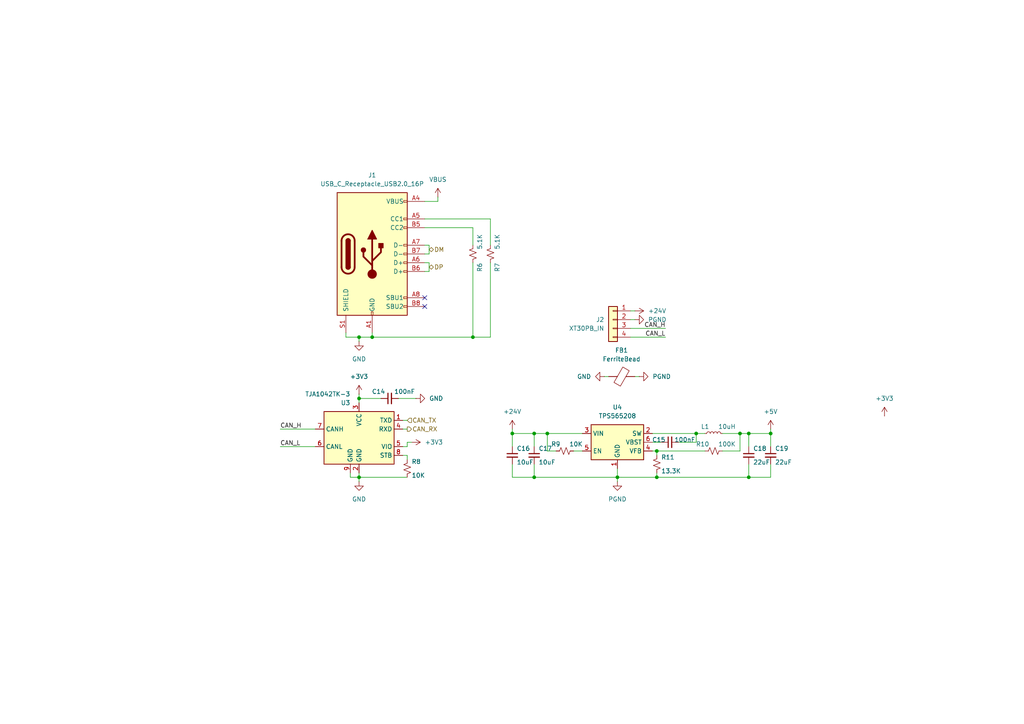
<source format=kicad_sch>
(kicad_sch (version 20231120) (generator "eeschema") (generator_version "8.0")
  (paper "A4")
  (lib_symbols
    (symbol "Connector:USB_C_Receptacle_USB2.0_16P" (pin_names (offset 1.016))
      (property "Reference" "J" (at 0 22.225 0))
      (property "Value" "USB_C_Receptacle_USB2.0_16P" (at 0 19.685 0))
      (symbol "USB_C_Receptacle_USB2.0_16P_0_0"
        (rectangle (start -0.254 -17.78) (end 0.254 -16.764))
        (rectangle (start 10.16 -14.986) (end 9.144 -15.494))
        (rectangle (start 10.16 -12.446) (end 9.144 -12.954))
        (rectangle (start 10.16 -4.826) (end 9.144 -5.334))
        (rectangle (start 10.16 -2.286) (end 9.144 -2.794))
        (rectangle (start 10.16 0.254) (end 9.144 -0.254))
        (rectangle (start 10.16 2.794) (end 9.144 2.286))
        (rectangle (start 10.16 7.874) (end 9.144 7.366))
        (rectangle (start 10.16 10.414) (end 9.144 9.906))
        (rectangle (start 10.16 15.494) (end 9.144 14.986))
      )
      (symbol "USB_C_Receptacle_USB2.0_16P_0_1"
        (rectangle (start -10.16 17.78) (end 10.16 -17.78) (stroke (width 0.254)) (fill (type background)))
        (arc (start -8.89 -3.81) (mid -6.985 -5.7067) (end -5.08 -3.81) (stroke (width 0.508)))
        (arc (start -7.62 -3.81) (mid -6.985 -4.4423) (end -6.35 -3.81) (stroke (width 0.254)))
        (arc (start -7.62 -3.81) (mid -6.985 -4.4423) (end -6.35 -3.81) (stroke (width 0.254)) (fill (type outline)))
        (rectangle (start -7.62 -3.81) (end -6.35 3.81) (stroke (width 0.254)) (fill (type outline)))
        (arc (start -6.35 3.81) (mid -6.985 4.4423) (end -7.62 3.81) (stroke (width 0.254)))
        (arc (start -6.35 3.81) (mid -6.985 4.4423) (end -7.62 3.81) (stroke (width 0.254)) (fill (type outline)))
        (arc (start -5.08 3.81) (mid -6.985 5.7067) (end -8.89 3.81) (stroke (width 0.508)))
        (circle (center -2.54 1.143) (radius 0.635) (stroke (width 0.254)) (fill (type outline)))
        (circle (center 0 -5.842) (radius 1.27) (fill (type outline)))
        (polyline (pts (xy -8.89 -3.81) (xy -8.89 3.81)) (stroke (width 0.508)))
        (polyline (pts (xy -5.08 3.81) (xy -5.08 -3.81)) (stroke (width 0.508)))
        (polyline (pts (xy 0 -5.842) (xy 0 4.318)) (stroke (width 0.508)))
        (polyline (pts (xy 0 -3.302) (xy -2.54 -0.762) (xy -2.54 0.508)) (stroke (width 0.508)))
        (polyline (pts (xy 0 -2.032) (xy 2.54 0.508) (xy 2.54 1.778)) (stroke (width 0.508)))
        (polyline (pts (xy -1.27 4.318) (xy 0 6.858) (xy 1.27 4.318) (xy -1.27 4.318)) (stroke (width 0.254)) (fill (type outline)))
        (rectangle (start 1.905 1.778) (end 3.175 3.048) (stroke (width 0.254)) (fill (type outline)))
      )
      (symbol "USB_C_Receptacle_USB2.0_16P_1_1"
        (pin passive line (at 0 -22.86 90) (length 5.08) (name "GND") (number "A1"))
        (pin passive line (at 0 -22.86 90) (length 5.08) hide (name "GND") (number "A12"))
        (pin passive line (at 15.24 15.24 180) (length 5.08) (name "VBUS") (number "A4"))
        (pin bidirectional line (at 15.24 10.16 180) (length 5.08) (name "CC1") (number "A5"))
        (pin bidirectional line (at 15.24 -2.54 180) (length 5.08) (name "D+") (number "A6"))
        (pin bidirectional line (at 15.24 2.54 180) (length 5.08) (name "D-") (number "A7"))
        (pin bidirectional line (at 15.24 -12.7 180) (length 5.08) (name "SBU1") (number "A8"))
        (pin passive line (at 15.24 15.24 180) (length 5.08) hide (name "VBUS") (number "A9"))
        (pin passive line (at 0 -22.86 90) (length 5.08) hide (name "GND") (number "B1"))
        (pin passive line (at 0 -22.86 90) (length 5.08) hide (name "GND") (number "B12"))
        (pin passive line (at 15.24 15.24 180) (length 5.08) hide (name "VBUS") (number "B4"))
        (pin bidirectional line (at 15.24 7.62 180) (length 5.08) (name "CC2") (number "B5"))
        (pin bidirectional line (at 15.24 -5.08 180) (length 5.08) (name "D+") (number "B6"))
        (pin bidirectional line (at 15.24 0 180) (length 5.08) (name "D-") (number "B7"))
        (pin bidirectional line (at 15.24 -15.24 180) (length 5.08) (name "SBU2") (number "B8"))
        (pin passive line (at 15.24 15.24 180) (length 5.08) hide (name "VBUS") (number "B9"))
        (pin passive line (at -7.62 -22.86 90) (length 5.08) (name "SHIELD") (number "S1"))
      )
    )
    (symbol "Connector_Generic:Conn_01x04" (pin_names (offset 1.016) hide)
      (property "Reference" "J" (at 0 5.08 0))
      (property "Value" "Conn_01x04" (at 0 -7.62 0))
      (symbol "Conn_01x04_1_1"
        (rectangle (start -1.27 -4.953) (end 0 -5.207) (stroke (width 0.1524)))
        (rectangle (start -1.27 -2.413) (end 0 -2.667) (stroke (width 0.1524)))
        (rectangle (start -1.27 0.127) (end 0 -0.127) (stroke (width 0.1524)))
        (rectangle (start -1.27 2.667) (end 0 2.413) (stroke (width 0.1524)))
        (rectangle (start -1.27 3.81) (end 1.27 -6.35) (stroke (width 0.254)) (fill (type background)))
        (pin passive line (at -5.08 2.54 0) (length 3.81) (name "Pin_1") (number "1"))
        (pin passive line (at -5.08 0 0) (length 3.81) (name "Pin_2") (number "2"))
        (pin passive line (at -5.08 -2.54 0) (length 3.81) (name "Pin_3") (number "3"))
        (pin passive line (at -5.08 -5.08 0) (length 3.81) (name "Pin_4") (number "4"))
      )
    )
    (symbol "Device:C_Small" (pin_numbers hide) (pin_names (offset 0.254) hide)
      (property "Reference" "C" (at 0.254 1.778 0))
      (property "Value" "C_Small" (at 0.254 -2.032 0))
      (symbol "C_Small_0_1"
        (polyline (pts (xy -1.524 -0.508) (xy 1.524 -0.508)) (stroke (width 0.3302)))
        (polyline (pts (xy -1.524 0.508) (xy 1.524 0.508)) (stroke (width 0.3048)))
      )
      (symbol "C_Small_1_1"
        (pin passive line (at 0 2.54 270) (length 2.032) (name "~") (number "1"))
        (pin passive line (at 0 -2.54 90) (length 2.032) (name "~") (number "2"))
      )
    )
    (symbol "Device:FerriteBead" (pin_numbers hide) (pin_names (offset 0))
      (property "Reference" "FB" (at -3.81 0.635 90))
      (property "Value" "FerriteBead" (at 3.81 0 90))
      (symbol "FerriteBead_0_1"
        (polyline (pts (xy 0 -1.27) (xy 0 -1.2192)))
        (polyline (pts (xy 0 1.27) (xy 0 1.2954)))
        (polyline (pts (xy -2.7686 0.4064) (xy -1.7018 2.2606) (xy 2.7686 -0.3048) (xy 1.6764 -2.159) (xy -2.7686 0.4064)))
      )
      (symbol "FerriteBead_1_1"
        (pin passive line (at 0 3.81 270) (length 2.54) (name "~") (number "1"))
        (pin passive line (at 0 -3.81 90) (length 2.54) (name "~") (number "2"))
      )
    )
    (symbol "Device:L_Small" (pin_numbers hide) (pin_names (offset 0.254) hide)
      (property "Reference" "L" (at 0.762 1.016 0))
      (property "Value" "L_Small" (at 0.762 -1.016 0))
      (symbol "L_Small_0_1"
        (arc (start 0 -2.032) (mid 0.5058 -1.524) (end 0 -1.016))
        (arc (start 0 -1.016) (mid 0.5058 -0.508) (end 0 0))
        (arc (start 0 0) (mid 0.5058 0.508) (end 0 1.016))
        (arc (start 0 1.016) (mid 0.5058 1.524) (end 0 2.032))
      )
      (symbol "L_Small_1_1"
        (pin passive line (at 0 2.54 270) (length 0.508) (name "~") (number "1"))
        (pin passive line (at 0 -2.54 90) (length 0.508) (name "~") (number "2"))
      )
    )
    (symbol "Device:R_Small_US" (pin_numbers hide) (pin_names (offset 0.254) hide)
      (property "Reference" "R" (at 0.762 0.508 0))
      (property "Value" "R_Small_US" (at 0.762 -1.016 0))
      (symbol "R_Small_US_1_1"
        (polyline (pts (xy 0 0) (xy 1.016 -0.381) (xy 0 -0.762) (xy -1.016 -1.143) (xy 0 -1.524)))
        (polyline (pts (xy 0 1.524) (xy 1.016 1.143) (xy 0 0.762) (xy -1.016 0.381) (xy 0 0)))
        (pin passive line (at 0 2.54 270) (length 1.016) (name "~") (number "1"))
        (pin passive line (at 0 -2.54 90) (length 1.016) (name "~") (number "2"))
      )
    )
    (symbol "Interface_CAN_LIN:TJA1042TK-3"
      (property "Reference" "U" (at -10.16 8.89 0))
      (property "Value" "TJA1042TK-3" (at 1.27 8.89 0))
      (symbol "TJA1042TK-3_0_1"
        (rectangle (start -10.16 7.62) (end 10.16 -7.62) (stroke (width 0.254)) (fill (type background)))
      )
      (symbol "TJA1042TK-3_1_1"
        (pin input line (at -12.7 5.08 0) (length 2.54) (name "TXD") (number "1"))
        (pin power_in line (at 0 -10.16 90) (length 2.54) (name "GND") (number "2"))
        (pin power_in line (at 0 10.16 270) (length 2.54) (name "VCC") (number "3"))
        (pin output line (at -12.7 2.54 0) (length 2.54) (name "RXD") (number "4"))
        (pin power_in line (at -12.7 -2.54 0) (length 2.54) (name "VIO") (number "5"))
        (pin bidirectional line (at 12.7 -2.54 180) (length 2.54) (name "CANL") (number "6"))
        (pin bidirectional line (at 12.7 2.54 180) (length 2.54) (name "CANH") (number "7"))
        (pin input line (at -12.7 -5.08 0) (length 2.54) (name "STB") (number "8"))
        (pin power_in line (at 2.54 -10.16 90) (length 2.54) (name "GND") (number "9"))
      )
    )
    (symbol "Regulator_Switching:TPS565208"
      (property "Reference" "U" (at -7.62 6.35 0))
      (property "Value" "TPS565208" (at -2.54 6.35 0))
      (symbol "TPS565208_0_1"
        (rectangle (start -7.62 5.08) (end 7.62 -5.08) (stroke (width 0.254)) (fill (type background)))
      )
      (symbol "TPS565208_1_1"
        (pin power_in line (at 0 -7.62 90) (length 2.54) (name "GND") (number "1"))
        (pin output line (at 10.16 2.54 180) (length 2.54) (name "SW") (number "2"))
        (pin power_in line (at -10.16 2.54 0) (length 2.54) (name "VIN") (number "3"))
        (pin input line (at 10.16 -2.54 180) (length 2.54) (name "VFB") (number "4"))
        (pin input line (at -10.16 -2.54 0) (length 2.54) (name "EN") (number "5"))
        (pin passive line (at 10.16 0 180) (length 2.54) (name "VBST") (number "6"))
      )
    )
    (symbol "power:+24V" (power) (pin_numbers hide) (pin_names (offset 0) hide)
      (property "Value" "+24V" (at 0 3.556 0))
      (symbol "+24V_0_1"
        (polyline (pts (xy -0.762 1.27) (xy 0 2.54)))
        (polyline (pts (xy 0 0) (xy 0 2.54)))
        (polyline (pts (xy 0 2.54) (xy 0.762 1.27)))
      )
      (symbol "+24V_1_1"
        (pin power_in line (at 0 0 90) (length 0) (name "~") (number "1"))
      )
    )
    (symbol "power:+3V3" (power) (pin_numbers hide) (pin_names (offset 0) hide)
      (property "Value" "+3V3" (at 0 3.556 0))
      (symbol "+3V3_0_1"
        (polyline (pts (xy -0.762 1.27) (xy 0 2.54)))
        (polyline (pts (xy 0 0) (xy 0 2.54)))
        (polyline (pts (xy 0 2.54) (xy 0.762 1.27)))
      )
      (symbol "+3V3_1_1"
        (pin power_in line (at 0 0 90) (length 0) (name "~") (number "1"))
      )
    )
    (symbol "power:+5V" (power) (pin_numbers hide) (pin_names (offset 0) hide)
      (property "Value" "+5V" (at 0 3.556 0))
      (symbol "+5V_0_1"
        (polyline (pts (xy -0.762 1.27) (xy 0 2.54)))
        (polyline (pts (xy 0 0) (xy 0 2.54)))
        (polyline (pts (xy 0 2.54) (xy 0.762 1.27)))
      )
      (symbol "+5V_1_1"
        (pin power_in line (at 0 0 90) (length 0) (name "~") (number "1"))
      )
    )
    (symbol "power:GND" (power) (pin_numbers hide) (pin_names (offset 0) hide)
      (property "Value" "GND" (at 0 -3.81 0))
      (symbol "GND_0_1"
        (polyline (pts (xy 0 0) (xy 0 -1.27) (xy 1.27 -1.27) (xy 0 -2.54) (xy -1.27 -1.27) (xy 0 -1.27)))
      )
      (symbol "GND_1_1"
        (pin power_in line (at 0 0 270) (length 0) (name "~") (number "1"))
      )
    )
    (symbol "power:VBUS" (power) (pin_numbers hide) (pin_names (offset 0) hide)
      (property "Value" "VBUS" (at 0 3.556 0))
      (symbol "VBUS_0_1"
        (polyline (pts (xy -0.762 1.27) (xy 0 2.54)))
        (polyline (pts (xy 0 0) (xy 0 2.54)))
        (polyline (pts (xy 0 2.54) (xy 0.762 1.27)))
      )
      (symbol "VBUS_1_1"
        (pin power_in line (at 0 0 90) (length 0) (name "~") (number "1"))
      )
    )
  )
  (junction (at 190.5 130.81))
  (junction (at 158.75 125.73))
  (junction (at 179.07 138.43))
  (junction (at 217.17 138.43))
  (junction (at 107.95 97.79))
  (junction (at 214.63 125.73))
  (junction (at 217.17 125.73))
  (junction (at 104.14 138.43))
  (junction (at 148.59 125.73))
  (junction (at 223.52 125.73))
  (junction (at 104.14 115.57))
  (junction (at 154.94 138.43))
  (junction (at 137.16 97.79))
  (junction (at 104.14 97.79))
  (junction (at 201.93 125.73))
  (junction (at 154.94 125.73))
  (junction (at 190.5 138.43))
  (no_connect (at 123.19 86.36))
  (no_connect (at 123.19 88.9))
  (wire (pts (xy 179.07 138.43) (xy 190.5 138.43)))
  (wire (pts (xy 124.46 78.74) (xy 123.19 78.74)))
  (wire (pts (xy 148.59 125.73) (xy 148.59 129.54)))
  (wire (pts (xy 118.11 124.46) (xy 116.84 124.46)))
  (wire (pts (xy 166.37 130.81) (xy 168.91 130.81)))
  (wire (pts (xy 217.17 125.73) (xy 223.52 125.73)))
  (wire (pts (xy 120.65 115.57) (xy 115.57 115.57)))
  (wire (pts (xy 217.17 138.43) (xy 190.5 138.43)))
  (wire (pts (xy 118.11 121.92) (xy 116.84 121.92)))
  (wire (pts (xy 190.5 137.16) (xy 190.5 138.43)))
  (wire (pts (xy 179.07 138.43) (xy 179.07 139.7)))
  (wire (pts (xy 201.93 128.27) (xy 201.93 125.73)))
  (wire (pts (xy 123.19 63.5) (xy 142.24 63.5)))
  (wire (pts (xy 118.11 128.27) (xy 118.11 129.54)))
  (wire (pts (xy 104.14 138.43) (xy 104.14 139.7)))
  (wire (pts (xy 154.94 125.73) (xy 158.75 125.73)))
  (wire (pts (xy 190.5 130.81) (xy 190.5 132.08)))
  (wire (pts (xy 182.88 97.79) (xy 193.04 97.79)))
  (wire (pts (xy 182.88 92.71) (xy 184.15 92.71)))
  (wire (pts (xy 107.95 97.79) (xy 107.95 96.52)))
  (wire (pts (xy 116.84 132.08) (xy 118.11 132.08)))
  (wire (pts (xy 158.75 125.73) (xy 168.91 125.73)))
  (wire (pts (xy 154.94 125.73) (xy 154.94 129.54)))
  (wire (pts (xy 142.24 76.2) (xy 142.24 97.79)))
  (wire (pts (xy 142.24 63.5) (xy 142.24 71.12)))
  (wire (pts (xy 104.14 97.79) (xy 107.95 97.79)))
  (wire (pts (xy 189.23 125.73) (xy 201.93 125.73)))
  (wire (pts (xy 214.63 125.73) (xy 217.17 125.73)))
  (wire (pts (xy 217.17 138.43) (xy 223.52 138.43)))
  (wire (pts (xy 142.24 97.79) (xy 137.16 97.79)))
  (wire (pts (xy 91.44 129.54) (xy 81.28 129.54)))
  (wire (pts (xy 154.94 138.43) (xy 179.07 138.43)))
  (wire (pts (xy 118.11 133.35) (xy 118.11 132.08)))
  (wire (pts (xy 110.49 115.57) (xy 104.14 115.57)))
  (wire (pts (xy 209.55 125.73) (xy 214.63 125.73)))
  (wire (pts (xy 123.19 76.2) (xy 124.46 76.2)))
  (wire (pts (xy 137.16 66.04) (xy 137.16 71.12)))
  (wire (pts (xy 123.19 66.04) (xy 137.16 66.04)))
  (wire (pts (xy 148.59 138.43) (xy 154.94 138.43)))
  (wire (pts (xy 175.26 109.22) (xy 176.53 109.22)))
  (wire (pts (xy 184.15 109.22) (xy 185.42 109.22)))
  (wire (pts (xy 104.14 97.79) (xy 104.14 99.06)))
  (wire (pts (xy 124.46 71.12) (xy 124.46 73.66)))
  (wire (pts (xy 91.44 124.46) (xy 81.28 124.46)))
  (wire (pts (xy 101.6 138.43) (xy 104.14 138.43)))
  (wire (pts (xy 137.16 76.2) (xy 137.16 97.79)))
  (wire (pts (xy 100.33 97.79) (xy 104.14 97.79)))
  (wire (pts (xy 158.75 130.81) (xy 158.75 125.73)))
  (wire (pts (xy 190.5 130.81) (xy 204.47 130.81)))
  (wire (pts (xy 123.19 71.12) (xy 124.46 71.12)))
  (wire (pts (xy 118.11 128.27) (xy 119.38 128.27)))
  (wire (pts (xy 201.93 125.73) (xy 204.47 125.73)))
  (wire (pts (xy 123.19 73.66) (xy 124.46 73.66)))
  (wire (pts (xy 223.52 124.46) (xy 223.52 125.73)))
  (wire (pts (xy 104.14 138.43) (xy 118.11 138.43)))
  (wire (pts (xy 179.07 138.43) (xy 179.07 135.89)))
  (wire (pts (xy 154.94 134.62) (xy 154.94 138.43)))
  (wire (pts (xy 196.85 128.27) (xy 201.93 128.27)))
  (wire (pts (xy 101.6 137.16) (xy 101.6 138.43)))
  (wire (pts (xy 209.55 130.81) (xy 214.63 130.81)))
  (wire (pts (xy 100.33 97.79) (xy 100.33 96.52)))
  (wire (pts (xy 161.29 130.81) (xy 158.75 130.81)))
  (wire (pts (xy 223.52 125.73) (xy 223.52 129.54)))
  (wire (pts (xy 104.14 138.43) (xy 104.14 137.16)))
  (wire (pts (xy 124.46 76.2) (xy 124.46 78.74)))
  (wire (pts (xy 137.16 97.79) (xy 107.95 97.79)))
  (wire (pts (xy 223.52 134.62) (xy 223.52 138.43)))
  (wire (pts (xy 148.59 134.62) (xy 148.59 138.43)))
  (wire (pts (xy 148.59 124.46) (xy 148.59 125.73)))
  (wire (pts (xy 104.14 114.3) (xy 104.14 115.57)))
  (wire (pts (xy 217.17 134.62) (xy 217.17 138.43)))
  (wire (pts (xy 217.17 125.73) (xy 217.17 129.54)))
  (wire (pts (xy 123.19 58.42) (xy 127 58.42)))
  (wire (pts (xy 182.88 95.25) (xy 193.04 95.25)))
  (wire (pts (xy 182.88 90.17) (xy 184.15 90.17)))
  (wire (pts (xy 148.59 125.73) (xy 154.94 125.73)))
  (wire (pts (xy 118.11 129.54) (xy 116.84 129.54)))
  (wire (pts (xy 127 58.42) (xy 127 57.15)))
  (wire (pts (xy 104.14 115.57) (xy 104.14 116.84)))
  (wire (pts (xy 191.77 128.27) (xy 189.23 128.27)))
  (wire (pts (xy 190.5 130.81) (xy 189.23 130.81)))
  (wire (pts (xy 214.63 125.73) (xy 214.63 130.81)))
  (label "CAN_L" (at 193.04 97.79 180))
  (label "CAN_H" (at 193.04 95.25 180))
  (label "CAN_H" (at 81.28 124.46 0))
  (label "CAN_L" (at 81.28 129.54 0))
  (hierarchical_label "CAN_TX" (shape input) (at 118.11 121.92 0))
  (hierarchical_label "DP" (shape bidirectional) (at 124.46 77.47 0))
  (hierarchical_label "DM" (shape bidirectional) (at 124.46 72.39 0))
  (hierarchical_label "CAN_RX" (shape output) (at 118.11 124.46 0))
  (symbol (lib_id "power:+24V") (at 184.15 90.17 270) (unit 1)
    (property "Reference" "#PWR023" (effects (hide yes)))
    (property "Value" "+24V" (at 187.96 90.1699 90) (effects (justify left)))
    (property "Description" "Power symbol creates a global label with name \"+24V\"" (effects (hide yes)))
  )
  (symbol (lib_id "Device:R_Small_US") (at 118.11 135.89 0) (mirror y) (unit 1)
    (property "Reference" "R8" (at 119.38 134.62 0) (effects (justify right bottom)))
    (property "Value" "10K" (at 119.38 137.16 0) (effects (justify right top)))
    (property "Footprint" "Resistor_SMD:R_0603_1608Metric" (effects (hide yes)))
  )
  (symbol (lib_id "power:GND") (at 120.65 115.57 90) (unit 1)
    (property "Reference" "#PWR017" (effects (hide yes)))
    (property "Value" "GND" (at 124.46 115.5699 90) (effects (justify right)))
    (property "Description" "Power symbol creates a global label with name \"GND\" , ground" (effects (hide yes)))
  )
  (symbol (lib_id "Device:C_Small") (at 113.03 115.57 90) (unit 1)
    (property "Reference" "C14" (at 111.76 114.3 90) (effects (justify left top)))
    (property "Value" "100nF" (at 114.3 114.3 90) (effects (justify right top)))
    (property "Footprint" "Capacitor_SMD:C_0603_1608Metric" (effects (hide yes)))
  )
  (symbol (lib_id "Device:R_Small_US") (at 163.83 130.81 90) (unit 1)
    (property "Reference" "R9" (at 162.56 129.54 90) (effects (justify left top)))
    (property "Value" "10K" (at 165.1 129.54 90) (effects (justify right top)))
    (property "Footprint" "Resistor_SMD:R_0603_1608Metric" (effects (hide yes)))
  )
  (symbol (lib_id "power:GND") (at 185.42 109.22 90) (unit 1)
    (property "Reference" "#PWR050" (effects (hide yes)))
    (property "Value" "PGND" (at 189.23 109.2199 90) (effects (justify right)))
    (property "Description" "Power symbol creates a global label with name \"GND\" , ground" (effects (hide yes)))
  )
  (symbol (lib_id "power:GND") (at 104.14 139.7 0) (unit 1)
    (property "Reference" "#PWR019" (effects (hide yes)))
    (property "Value" "GND" (at 104.14 144.78 0))
    (property "Description" "Power symbol creates a global label with name \"GND\" , ground" (effects (hide yes)))
  )
  (symbol (lib_id "Device:FerriteBead") (at 180.34 109.22 90) (unit 1)
    (property "Reference" "FB1" (at 180.2892 101.6 90))
    (property "Value" "FerriteBead" (at 180.2892 104.14 90))
    (property "Description" "Ferrite bead" (effects (hide yes)))
  )
  (symbol (lib_id "Device:L_Small") (at 207.01 125.73 90) (unit 1)
    (property "Reference" "L1" (at 205.74 124.46 90) (effects (justify left top)))
    (property "Value" "10uH" (at 208.28 124.46 90) (effects (justify right top)))
    (property "Footprint" "Inductor_SMD:L_Murata_DFE201610P" (effects (hide yes)))
  )
  (symbol (lib_id "Connector_Generic:Conn_01x04") (at 177.8 92.71 0) (mirror y) (unit 1)
    (property "Reference" "J2" (at 175.26 92.7099 0) (effects (justify left)))
    (property "Value" "XT30PB_IN" (at 175.26 95.2499 0) (effects (justify left)))
    (property "Description" "Generic connector, single row, 01x04, script generated (kicad-library-utils/schlib/autogen/connector/)" (effects (hide yes)))
  )
  (symbol (lib_id "Device:R_Small_US") (at 142.24 73.66 0) (mirror x) (unit 1)
    (property "Reference" "R7" (at 143.51 76.2 90) (effects (justify left top)))
    (property "Value" "5.1K" (at 143.51 72.39 90) (effects (justify right top)))
    (property "Footprint" "Resistor_SMD:R_0603_1608Metric" (effects (hide yes)))
    (property "Description" "Resistor, small US symbol" (effects (hide yes)))
  )
  (symbol (lib_id "Device:R_Small_US") (at 207.01 130.81 90) (unit 1)
    (property "Reference" "R10" (at 205.74 129.54 90) (effects (justify left top)))
    (property "Value" "100K" (at 208.28 129.54 90) (effects (justify right top)))
    (property "Footprint" "Resistor_SMD:R_0603_1608Metric" (effects (hide yes)))
  )
  (symbol (lib_id "power:GND") (at 179.07 139.7 0) (unit 1)
    (property "Reference" "#PWR049" (effects (hide yes)))
    (property "Value" "PGND" (at 179.07 144.78 0))
    (property "Description" "Power symbol creates a global label with name \"GND\" , ground" (effects (hide yes)))
  )
  (symbol (lib_id "Regulator_Switching:TPS565208") (at 179.07 128.27 0) (unit 1)
    (property "Reference" "U4" (at 179.07 118.11 0))
    (property "Value" "TPS565208" (at 179.07 120.65 0))
    (property "Footprint" "Package_TO_SOT_SMD:SOT-23-6" (effects (hide yes)))
    (property "Datasheet" "http://www.ti.com/lit/ds/symlink/tps565208.pdf" (effects (hide yes)))
  )
  (symbol (lib_id "power:GND") (at 184.15 92.71 90) (unit 1)
    (property "Reference" "#PWR024" (effects (hide yes)))
    (property "Value" "PGND" (at 187.96 92.7099 90) (effects (justify right)))
    (property "Description" "Power symbol creates a global label with name \"GND\" , ground" (effects (hide yes)))
  )
  (symbol (lib_id "Device:C_Small") (at 154.94 132.08 0) (unit 1)
    (property "Reference" "C17" (at 156.21 130.81 0) (effects (justify left bottom)))
    (property "Value" "10uF" (at 156.21 133.35 0) (effects (justify left top)))
    (property "Footprint" "Capacitor_SMD:C_0805_2012Metric" (effects (hide yes)))
  )
  (symbol (lib_id "power:+3V3") (at 256.54 120.65 0) (unit 1)
    (property "Reference" "#PWR060" (effects (hide yes)))
    (property "Value" "+3V3" (at 256.54 115.57 0))
    (property "Description" "Power symbol creates a global label with name \"+3V3\"" (effects (hide yes)))
  )
  (symbol (lib_id "power:VBUS") (at 127 57.15 0) (unit 1)
    (property "Reference" "#PWR06" (effects (hide yes)))
    (property "Value" "VBUS" (at 127 52.07 0))
    (property "Description" "Power symbol creates a global label with name \"VBUS\"" (effects (hide yes)))
  )
  (symbol (lib_id "power:+3V3") (at 104.14 114.3 0) (unit 1)
    (property "Reference" "#PWR016" (effects (hide yes)))
    (property "Value" "+3V3" (at 104.14 109.22 0))
    (property "Description" "Power symbol creates a global label with name \"+3V3\"" (effects (hide yes)))
  )
  (symbol (lib_id "power:+5V") (at 223.52 124.46 0) (unit 1)
    (property "Reference" "#PWR021" (effects (hide yes)))
    (property "Value" "+5V" (at 223.52 119.38 0))
    (property "Description" "Power symbol creates a global label with name \"+5V\"" (effects (hide yes)))
  )
  (symbol (lib_id "power:+24V") (at 148.59 124.46 0) (unit 1)
    (property "Reference" "#PWR020" (effects (hide yes)))
    (property "Value" "+24V" (at 148.59 119.38 0))
    (property "Description" "Power symbol creates a global label with name \"+24V\"" (effects (hide yes)))
  )
  (symbol (lib_id "power:GND") (at 104.14 99.06 0) (unit 1)
    (property "Reference" "#PWR015" (effects (hide yes)))
    (property "Value" "GND" (at 104.14 104.14 0))
    (property "Description" "Power symbol creates a global label with name \"GND\" , ground" (effects (hide yes)))
  )
  (symbol (lib_id "Interface_CAN_LIN:TJA1042TK-3") (at 104.14 127 0) (mirror y) (unit 1)
    (property "Reference" "U3" (at 101.6 116.84 0) (effects (justify left)))
    (property "Value" "TJA1042TK-3" (at 101.6 114.3 0) (effects (justify left)))
    (property "Footprint" "Package_DFN_QFN:DFN-8-1EP_3x3mm_P0.65mm_EP1.55x2.4mm" (effects (hide yes)))
    (property "Datasheet" "http://www.nxp.com/docs/en/data-sheet/TJA1042.pdf" (effects (hide yes)))
    (property "Description" "High-Speed CAN Transceiver, separate VIO, standby mode, DFN-8-1EP" (effects (hide yes)))
  )
  (symbol (lib_id "Device:C_Small") (at 223.52 132.08 0) (unit 1)
    (property "Reference" "C19" (at 224.79 130.81 0) (effects (justify left bottom)))
    (property "Value" "22uF" (at 224.79 133.35 0) (effects (justify left top)))
    (property "Footprint" "Capacitor_SMD:C_0805_2012Metric" (effects (hide yes)))
  )
  (symbol (lib_id "Device:R_Small_US") (at 190.5 134.62 0) (mirror y) (unit 1)
    (property "Reference" "R11" (at 191.77 133.35 0) (effects (justify right bottom)))
    (property "Value" "13.3K" (at 191.77 135.89 0) (effects (justify right top)))
    (property "Footprint" "Resistor_SMD:R_0603_1608Metric" (effects (hide yes)))
  )
  (symbol (lib_id "Device:C_Small") (at 148.59 132.08 0) (unit 1)
    (property "Reference" "C16" (at 149.86 130.81 0) (effects (justify left bottom)))
    (property "Value" "10uF" (at 149.86 133.35 0) (effects (justify left top)))
    (property "Footprint" "Capacitor_SMD:C_0805_2012Metric" (effects (hide yes)))
  )
  (symbol (lib_id "power:+3V3") (at 119.38 128.27 270) (unit 1)
    (property "Reference" "#PWR018" (effects (hide yes)))
    (property "Value" "+3V3" (at 123.19 128.2699 90) (effects (justify left)))
    (property "Description" "Power symbol creates a global label with name \"+3V3\"" (effects (hide yes)))
  )
  (symbol (lib_id "Device:C_Small") (at 194.31 128.27 90) (unit 1)
    (property "Reference" "C15" (at 193.04 128.27 90) (effects (justify left top)))
    (property "Value" "100nF" (at 195.58 128.27 90) (effects (justify right top)))
    (property "Footprint" "Capacitor_SMD:C_0603_1608Metric" (effects (hide yes)))
  )
  (symbol (lib_id "Device:C_Small") (at 217.17 132.08 0) (unit 1)
    (property "Reference" "C18" (at 218.44 130.81 0) (effects (justify left bottom)))
    (property "Value" "22uF" (at 218.44 133.35 0) (effects (justify left top)))
    (property "Footprint" "Capacitor_SMD:C_0805_2012Metric" (effects (hide yes)))
  )
  (symbol (lib_id "Device:R_Small_US") (at 137.16 73.66 0) (mirror x) (unit 1)
    (property "Reference" "R6" (at 138.43 76.2 90) (effects (justify left top)))
    (property "Value" "5.1K" (at 138.43 72.39 90) (effects (justify right top)))
    (property "Footprint" "Resistor_SMD:R_0603_1608Metric" (effects (hide yes)))
    (property "Description" "Resistor, small US symbol" (effects (hide yes)))
  )
  (symbol (lib_id "Connector:USB_C_Receptacle_USB2.0_16P") (at 107.95 73.66 0) (unit 1)
    (property "Reference" "J1" (at 107.95 50.8 0))
    (property "Value" "USB_C_Receptacle_USB2.0_16P" (at 107.95 53.34 0))
    (property "Footprint" "Connector_USB:USB_C_Receptacle_XKB_U262-16XN-4BVC11" (effects (hide yes)))
    (property "Datasheet" "https://www.usb.org/sites/default/files/documents/usb_type-c.zip" (effects (hide yes)))
    (property "Description" "USB 2.0-only 16P Type-C Receptacle connector" (effects (hide yes)))
  )
  (symbol (lib_id "power:GND") (at 175.26 109.22 270) (unit 1)
    (property "Reference" "#PWR051" (effects (hide yes)))
    (property "Value" "GND" (at 171.45 109.2199 90) (effects (justify right)))
    (property "Description" "Power symbol creates a global label with name \"GND\" , ground" (effects (hide yes)))
  )
)
</source>
